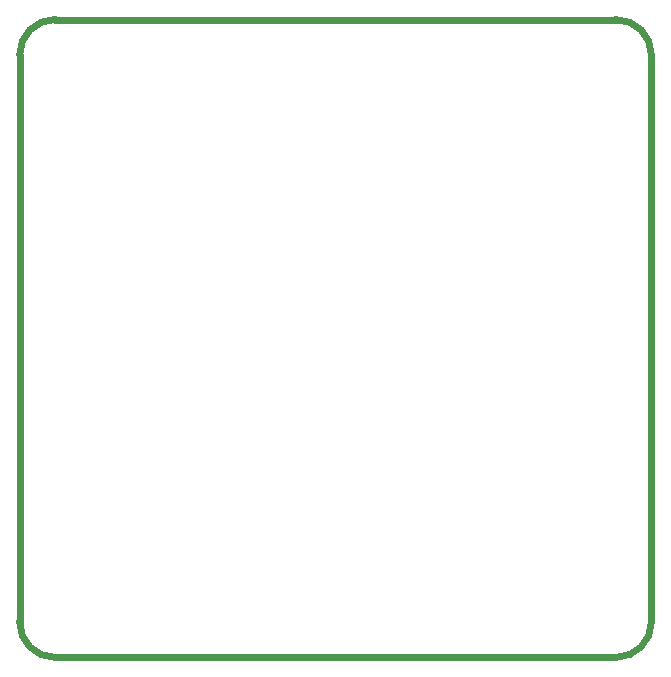
<source format=gm1>
G04 #@! TF.GenerationSoftware,KiCad,Pcbnew,9.0.5*
G04 #@! TF.CreationDate,2025-11-21T14:26:14-06:00*
G04 #@! TF.ProjectId,ece362snakegamepcb,65636533-3632-4736-9e61-6b6567616d65,REV3*
G04 #@! TF.SameCoordinates,Original*
G04 #@! TF.FileFunction,Profile,NP*
%FSLAX46Y46*%
G04 Gerber Fmt 4.6, Leading zero omitted, Abs format (unit mm)*
G04 Created by KiCad (PCBNEW 9.0.5) date 2025-11-21 14:26:14*
%MOMM*%
%LPD*%
G01*
G04 APERTURE LIST*
G04 #@! TA.AperFunction,Profile*
%ADD10C,0.600000*%
G04 #@! TD*
G04 APERTURE END LIST*
D10*
X124500000Y-123000000D02*
X77000000Y-123000000D01*
X127500000Y-72000000D02*
X127500000Y-120000000D01*
X77000000Y-69000000D02*
X124500000Y-69000000D01*
X74000000Y-120000000D02*
X74000000Y-72000000D01*
X124500000Y-69000000D02*
G75*
G02*
X127500000Y-72000000I0J-3000000D01*
G01*
X74000000Y-72000000D02*
G75*
G02*
X77006130Y-68993900I3006100J0D01*
G01*
X77000000Y-123000000D02*
G75*
G02*
X74000000Y-120000000I0J3000000D01*
G01*
X127500000Y-120000000D02*
G75*
G02*
X124500000Y-123000000I-3000000J0D01*
G01*
M02*

</source>
